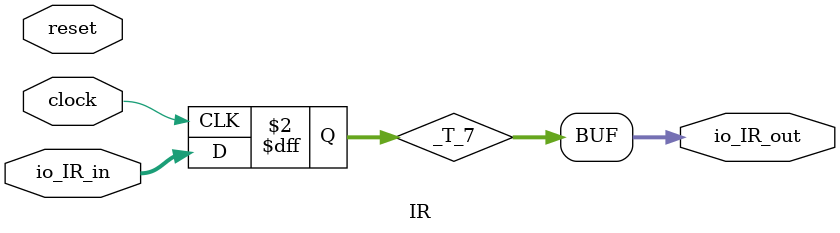
<source format=v>
`ifdef RANDOMIZE_GARBAGE_ASSIGN
`define RANDOMIZE
`endif
`ifdef RANDOMIZE_INVALID_ASSIGN
`define RANDOMIZE
`endif
`ifdef RANDOMIZE_REG_INIT
`define RANDOMIZE
`endif
`ifdef RANDOMIZE_MEM_INIT
`define RANDOMIZE
`endif

module IR(
  input         clock,
  input         reset,
  input  [31:0] io_IR_in,
  output [31:0] io_IR_out
);
  reg [31:0] _T_7;
  reg [31:0] _GEN_0;
  assign io_IR_out = _T_7;
`ifdef RANDOMIZE
  integer initvar;
  initial begin
    `ifndef verilator
      #0.002 begin end
    `endif
  `ifdef RANDOMIZE_REG_INIT
  _GEN_0 = {1{$random}};
  _T_7 = _GEN_0[31:0];
  `endif
  end
`endif
  always @(posedge clock) begin
    _T_7 <= io_IR_in;
  end
endmodule

</source>
